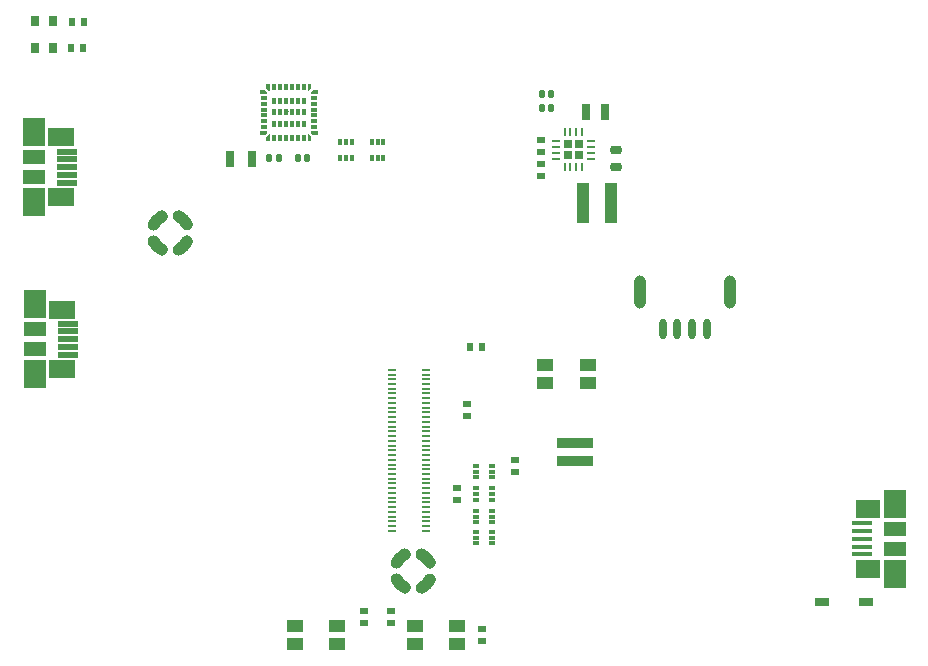
<source format=gbp>
%FSLAX42Y42*%
%MOMM*%
G71*
G01*
G75*
G04 Layer_Color=128*
%ADD10C,0.15*%
%ADD11C,0.50*%
%ADD12C,0.80*%
%ADD13C,0.20*%
%ADD14C,0.25*%
%ADD15C,1.00*%
%ADD16C,4.10*%
%ADD17C,1.30*%
%ADD18C,2.54*%
%ADD19R,1.50X1.50*%
%ADD20C,1.50*%
%ADD21C,2.30*%
%ADD22C,2.55*%
%ADD23C,3.00*%
%ADD24C,0.60*%
%ADD25C,0.50*%
%ADD26R,0.61X0.51*%
%ADD27R,0.71X1.32*%
G04:AMPARAMS|DCode=28|XSize=0.51mm|YSize=0.61mm|CornerRadius=0.13mm|HoleSize=0mm|Usage=FLASHONLY|Rotation=0.000|XOffset=0mm|YOffset=0mm|HoleType=Round|Shape=RoundedRectangle|*
%AMROUNDEDRECTD28*
21,1,0.51,0.36,0,0,0.0*
21,1,0.25,0.61,0,0,0.0*
1,1,0.25,0.13,-0.18*
1,1,0.25,-0.13,-0.18*
1,1,0.25,-0.13,0.18*
1,1,0.25,0.13,0.18*
%
%ADD28ROUNDEDRECTD28*%
%ADD29R,0.30X0.30*%
%ADD30R,0.30X0.50*%
%ADD31R,0.30X0.30*%
%ADD32R,0.50X0.30*%
%ADD33R,3.30X3.30*%
%ADD34R,0.30X0.45*%
%ADD35R,0.45X0.30*%
%ADD36R,0.98X3.40*%
%ADD37R,1.42X1.07*%
%ADD38R,1.91X1.19*%
%ADD39R,1.91X2.39*%
%ADD40R,2.11X1.50*%
%ADD41R,1.70X0.46*%
%ADD42R,0.51X0.61*%
%ADD43R,0.61X0.91*%
G04:AMPARAMS|DCode=44|XSize=0.71mm|YSize=1.32mm|CornerRadius=0.18mm|HoleSize=0mm|Usage=FLASHONLY|Rotation=0.000|XOffset=0mm|YOffset=0mm|HoleType=Round|Shape=RoundedRectangle|*
%AMROUNDEDRECTD44*
21,1,0.71,0.97,0,0,0.0*
21,1,0.36,1.32,0,0,0.0*
1,1,0.36,0.18,-0.48*
1,1,0.36,-0.18,-0.48*
1,1,0.36,-0.18,0.48*
1,1,0.36,0.18,0.48*
%
%ADD44ROUNDEDRECTD44*%
G04:AMPARAMS|DCode=45|XSize=0.61mm|YSize=0.91mm|CornerRadius=0.15mm|HoleSize=0mm|Usage=FLASHONLY|Rotation=90.000|XOffset=0mm|YOffset=0mm|HoleType=Round|Shape=RoundedRectangle|*
%AMROUNDEDRECTD45*
21,1,0.61,0.61,0,0,90.0*
21,1,0.30,0.91,0,0,90.0*
1,1,0.30,0.30,0.15*
1,1,0.30,0.30,-0.15*
1,1,0.30,-0.30,-0.15*
1,1,0.30,-0.30,0.15*
%
%ADD45ROUNDEDRECTD45*%
%ADD46R,0.71X0.20*%
%ADD47O,0.28X0.85*%
%ADD48O,0.85X0.28*%
%ADD49R,1.70X1.70*%
%ADD50R,3.02X0.76*%
%ADD51R,1.22X0.71*%
%ADD52R,1.70X0.40*%
G04:AMPARAMS|DCode=53|XSize=0.61mm|YSize=1.7mm|CornerRadius=0.3mm|HoleSize=0mm|Usage=FLASHONLY|Rotation=0.000|XOffset=0mm|YOffset=0mm|HoleType=Round|Shape=RoundedRectangle|*
%AMROUNDEDRECTD53*
21,1,0.61,1.09,0,0,0.0*
21,1,0.00,1.70,0,0,0.0*
1,1,0.61,0.00,-0.55*
1,1,0.61,0.00,-0.55*
1,1,0.61,0.00,0.55*
1,1,0.61,0.00,0.55*
%
%ADD53ROUNDEDRECTD53*%
G04:AMPARAMS|DCode=54|XSize=2.82mm|YSize=1.02mm|CornerRadius=0.51mm|HoleSize=0mm|Usage=FLASHONLY|Rotation=270.000|XOffset=0mm|YOffset=0mm|HoleType=Round|Shape=RoundedRectangle|*
%AMROUNDEDRECTD54*
21,1,2.82,0.00,0,0,270.0*
21,1,1.80,1.02,0,0,270.0*
1,1,1.02,0.00,-0.90*
1,1,1.02,0.00,0.90*
1,1,1.02,0.00,0.90*
1,1,1.02,0.00,-0.90*
%
%ADD54ROUNDEDRECTD54*%
%ADD55C,0.38*%
%ADD56C,0.60*%
%ADD57C,0.13*%
%ADD58R,0.60X0.15*%
%ADD59C,0.10*%
%ADD60C,1.50*%
%ADD61C,2.74*%
%ADD62R,1.70X1.70*%
%ADD63C,1.70*%
%ADD64C,2.51*%
%ADD65C,2.76*%
%ADD66C,3.20*%
%ADD67C,0.80*%
%ADD68R,0.66X0.56*%
%ADD69R,0.76X1.37*%
%ADD70R,0.42X0.62*%
%ADD71R,0.62X0.42*%
%ADD72R,3.42X3.42*%
%ADD73R,0.35X0.50*%
%ADD74R,0.50X0.35*%
%ADD75R,1.03X3.45*%
%ADD76R,1.47X1.12*%
%ADD77R,1.96X1.24*%
%ADD78R,1.96X2.44*%
%ADD79R,2.16X1.55*%
%ADD80R,1.75X0.51*%
%ADD81R,0.56X0.66*%
%ADD82R,0.66X0.97*%
%ADD83R,0.76X0.25*%
%ADD84O,0.42X0.99*%
%ADD85O,0.99X0.42*%
%ADD86R,1.84X1.84*%
%ADD87R,3.07X0.81*%
%ADD88R,1.42X0.91*%
%ADD89R,2.11X1.40*%
%ADD90R,2.11X2.59*%
%ADD91R,2.31X1.70*%
%ADD92R,1.91X0.66*%
%ADD93R,1.91X0.60*%
G04:AMPARAMS|DCode=94|XSize=0.81mm|YSize=1.91mm|CornerRadius=0.41mm|HoleSize=0mm|Usage=FLASHONLY|Rotation=0.000|XOffset=0mm|YOffset=0mm|HoleType=Round|Shape=RoundedRectangle|*
%AMROUNDEDRECTD94*
21,1,0.81,1.09,0,0,0.0*
21,1,0.00,1.91,0,0,0.0*
1,1,0.81,0.00,-0.55*
1,1,0.81,0.00,-0.55*
1,1,0.81,0.00,0.55*
1,1,0.81,0.00,0.55*
%
%ADD94ROUNDEDRECTD94*%
G04:AMPARAMS|DCode=95|XSize=3.02mm|YSize=1.22mm|CornerRadius=0.61mm|HoleSize=0mm|Usage=FLASHONLY|Rotation=270.000|XOffset=0mm|YOffset=0mm|HoleType=Round|Shape=RoundedRectangle|*
%AMROUNDEDRECTD95*
21,1,3.02,0.00,0,0,270.0*
21,1,1.80,1.22,0,0,270.0*
1,1,1.22,0.00,-0.90*
1,1,1.22,0.00,0.90*
1,1,1.22,0.00,0.90*
1,1,1.22,0.00,-0.90*
%
%ADD95ROUNDEDRECTD95*%
%ADD96R,0.30X0.60*%
%ADD97R,0.60X0.30*%
%ADD98R,0.30X0.60*%
%ADD99R,0.70X0.70*%
%ADD100R,0.70X0.70*%
G04:AMPARAMS|DCode=101|XSize=0.56mm|YSize=0.66mm|CornerRadius=0.15mm|HoleSize=0mm|Usage=FLASHONLY|Rotation=0.000|XOffset=0mm|YOffset=0mm|HoleType=Round|Shape=RoundedRectangle|*
%AMROUNDEDRECTD101*
21,1,0.56,0.36,0,0,0.0*
21,1,0.25,0.66,0,0,0.0*
1,1,0.30,0.13,-0.18*
1,1,0.30,-0.13,-0.18*
1,1,0.30,-0.13,0.18*
1,1,0.30,0.13,0.18*
%
%ADD101ROUNDEDRECTD101*%
%ADD102R,0.00X0.00*%
G04:AMPARAMS|DCode=103|XSize=0.76mm|YSize=1.37mm|CornerRadius=0.2mm|HoleSize=0mm|Usage=FLASHONLY|Rotation=0.000|XOffset=0mm|YOffset=0mm|HoleType=Round|Shape=RoundedRectangle|*
%AMROUNDEDRECTD103*
21,1,0.76,0.97,0,0,0.0*
21,1,0.36,1.37,0,0,0.0*
1,1,0.41,0.18,-0.48*
1,1,0.41,-0.18,-0.48*
1,1,0.41,-0.18,0.48*
1,1,0.41,0.18,0.48*
%
%ADD103ROUNDEDRECTD103*%
G04:AMPARAMS|DCode=104|XSize=0.66mm|YSize=0.97mm|CornerRadius=0.18mm|HoleSize=0mm|Usage=FLASHONLY|Rotation=90.000|XOffset=0mm|YOffset=0mm|HoleType=Round|Shape=RoundedRectangle|*
%AMROUNDEDRECTD104*
21,1,0.66,0.61,0,0,90.0*
21,1,0.30,0.97,0,0,90.0*
1,1,0.36,0.30,0.15*
1,1,0.36,0.30,-0.15*
1,1,0.36,-0.30,-0.15*
1,1,0.36,-0.30,0.15*
%
%ADD104ROUNDEDRECTD104*%
%ADD105O,0.23X0.80*%
%ADD106O,0.80X0.23*%
G36*
X-2166Y2765D02*
Y2755D01*
X-2186Y2735D01*
X-2226D01*
Y2765D01*
X-2166Y2765D01*
D02*
G37*
G36*
X-1736Y2735D02*
X-1776D01*
X-1796Y2755D01*
Y2765D01*
X-1736Y2765D01*
Y2735D01*
D02*
G37*
G36*
X-2141Y2680D02*
X-2171D01*
Y2720D01*
X-2151Y2740D01*
X-2141D01*
X-2141Y2680D01*
D02*
G37*
G36*
X-1791Y2720D02*
Y2680D01*
X-1821D01*
X-1821Y2740D01*
X-1811D01*
X-1791Y2720D01*
D02*
G37*
G36*
X-2141Y3110D02*
X-2151D01*
X-2171Y3130D01*
Y3170D01*
X-2141D01*
X-2141Y3110D01*
D02*
G37*
G36*
X-1791Y3130D02*
X-1811Y3110D01*
X-1821D01*
X-1821Y3170D01*
X-1791D01*
X-1791Y3130D01*
D02*
G37*
G36*
X-2166Y3095D02*
Y3085D01*
X-2226Y3085D01*
Y3115D01*
X-2186D01*
X-2166Y3095D01*
D02*
G37*
G36*
X-1736Y3085D02*
X-1796Y3085D01*
Y3095D01*
X-1776Y3115D01*
X-1736D01*
Y3085D01*
D02*
G37*
D15*
X-3056Y2046D02*
G03*
X-3127Y1976I71J-141D01*
G01*
Y1834D02*
G03*
X-3056Y1763I141J71D01*
G01*
X-2915D02*
G03*
X-2844Y1834I-71J141D01*
G01*
Y1976D02*
G03*
X-2915Y2046I-141J-71D01*
G01*
X-999Y-816D02*
G03*
X-1069Y-887I71J-141D01*
G01*
X-787D02*
G03*
X-857Y-816I-141J-71D01*
G01*
Y-1099D02*
G03*
X-787Y-1028I-71J141D01*
G01*
X-1069D02*
G03*
X-999Y-1099I141J71D01*
G01*
D38*
X3150Y-602D02*
D03*
X3150Y-770D02*
D03*
D39*
Y-981D02*
D03*
X3150Y-389D02*
D03*
D40*
X2918Y-936D02*
D03*
X2918Y-434D02*
D03*
D41*
X2868Y-554D02*
D03*
X2868Y-816D02*
D03*
X2868Y-620D02*
D03*
X2868Y-686D02*
D03*
D51*
X2903Y-1219D02*
D03*
X2533Y-1219D02*
D03*
D52*
X2868Y-751D02*
D03*
D53*
X1559Y1093D02*
D03*
X1434Y1093D02*
D03*
X1308Y1093D02*
D03*
X1184Y1093D02*
D03*
D54*
X1754Y1408D02*
D03*
X988Y1408D02*
D03*
D68*
X-559Y-355D02*
D03*
Y-254D02*
D03*
X-1346Y-1396D02*
D03*
Y-1295D02*
D03*
X-1118Y-1296D02*
D03*
Y-1397D02*
D03*
X-343Y-1549D02*
D03*
Y-1448D02*
D03*
X156Y2688D02*
D03*
Y2588D02*
D03*
Y2485D02*
D03*
Y2384D02*
D03*
X-63Y-15D02*
D03*
Y-116D02*
D03*
X-470Y456D02*
D03*
Y356D02*
D03*
D69*
X-2291Y2527D02*
D03*
X-2483D02*
D03*
D73*
X-1448Y2540D02*
D03*
X-1498D02*
D03*
X-1548D02*
D03*
X-1448Y2675D02*
D03*
X-1498D02*
D03*
X-1548D02*
D03*
X-1181Y2540D02*
D03*
X-1231D02*
D03*
X-1281D02*
D03*
X-1181Y2675D02*
D03*
X-1231D02*
D03*
X-1281D02*
D03*
D74*
X-394Y-546D02*
D03*
Y-496D02*
D03*
Y-446D02*
D03*
X-259Y-546D02*
D03*
Y-496D02*
D03*
Y-446D02*
D03*
X-394Y-724D02*
D03*
Y-674D02*
D03*
Y-624D02*
D03*
X-259Y-724D02*
D03*
Y-674D02*
D03*
Y-624D02*
D03*
X-394Y-356D02*
D03*
Y-306D02*
D03*
Y-256D02*
D03*
X-259Y-356D02*
D03*
Y-306D02*
D03*
Y-256D02*
D03*
X-394Y-165D02*
D03*
Y-115D02*
D03*
Y-65D02*
D03*
X-259Y-165D02*
D03*
Y-115D02*
D03*
Y-65D02*
D03*
D75*
X507Y2158D02*
D03*
X744D02*
D03*
D76*
X549Y784D02*
D03*
X188D02*
D03*
X549Y638D02*
D03*
X188D02*
D03*
X-917Y-1571D02*
D03*
X-557D02*
D03*
X-917Y-1425D02*
D03*
X-557D02*
D03*
X-1933Y-1571D02*
D03*
X-1573D02*
D03*
X-1933Y-1425D02*
D03*
X-1573D02*
D03*
D77*
X-4142Y2380D02*
D03*
Y2548D02*
D03*
X-4134Y922D02*
D03*
Y1090D02*
D03*
D78*
X-4142Y2759D02*
D03*
Y2167D02*
D03*
X-4134Y1301D02*
D03*
Y709D02*
D03*
D79*
X-3911Y2714D02*
D03*
Y2212D02*
D03*
X-3903Y1256D02*
D03*
Y754D02*
D03*
D80*
X-3860Y2332D02*
D03*
Y2594D02*
D03*
Y2529D02*
D03*
Y2398D02*
D03*
Y2464D02*
D03*
X-3852Y874D02*
D03*
Y1136D02*
D03*
Y1071D02*
D03*
Y940D02*
D03*
Y1006D02*
D03*
D81*
X-444Y940D02*
D03*
X-343D02*
D03*
X-3826Y3470D02*
D03*
X-3725D02*
D03*
X-3821Y3688D02*
D03*
X-3720D02*
D03*
D82*
X-3982Y3475D02*
D03*
X-4133D02*
D03*
X-3979Y3698D02*
D03*
X-4130D02*
D03*
D83*
X-1106Y-616D02*
D03*
Y-576D02*
D03*
Y-536D02*
D03*
Y-496D02*
D03*
Y-456D02*
D03*
Y-416D02*
D03*
Y-376D02*
D03*
Y-336D02*
D03*
Y-296D02*
D03*
Y-256D02*
D03*
Y-216D02*
D03*
Y-175D02*
D03*
Y-134D02*
D03*
Y-94D02*
D03*
Y-56D02*
D03*
Y-15D02*
D03*
Y26D02*
D03*
Y66D02*
D03*
Y104D02*
D03*
Y145D02*
D03*
Y186D02*
D03*
Y226D02*
D03*
Y264D02*
D03*
Y305D02*
D03*
Y346D02*
D03*
Y386D02*
D03*
Y424D02*
D03*
Y465D02*
D03*
Y506D02*
D03*
Y546D02*
D03*
Y585D02*
D03*
Y625D02*
D03*
Y666D02*
D03*
Y706D02*
D03*
Y745D02*
D03*
X-824Y-616D02*
D03*
Y-576D02*
D03*
Y-536D02*
D03*
Y-496D02*
D03*
Y-456D02*
D03*
Y-416D02*
D03*
Y-376D02*
D03*
Y-336D02*
D03*
Y-296D02*
D03*
Y-256D02*
D03*
Y-216D02*
D03*
Y-175D02*
D03*
Y-134D02*
D03*
Y-94D02*
D03*
Y-56D02*
D03*
Y-15D02*
D03*
Y26D02*
D03*
Y66D02*
D03*
Y104D02*
D03*
Y145D02*
D03*
Y186D02*
D03*
Y226D02*
D03*
Y264D02*
D03*
Y305D02*
D03*
Y346D02*
D03*
Y386D02*
D03*
Y424D02*
D03*
Y465D02*
D03*
Y506D02*
D03*
Y546D02*
D03*
Y585D02*
D03*
Y625D02*
D03*
Y666D02*
D03*
Y706D02*
D03*
Y745D02*
D03*
D87*
X437Y127D02*
D03*
Y-24D02*
D03*
D96*
X-1856Y2925D02*
D03*
Y2825D02*
D03*
Y3025D02*
D03*
X-1906Y2925D02*
D03*
Y3025D02*
D03*
Y2825D02*
D03*
X-2056Y2925D02*
D03*
Y2825D02*
D03*
Y3025D02*
D03*
X-2106Y2925D02*
D03*
Y3025D02*
D03*
Y2825D02*
D03*
X-2006D02*
D03*
Y3025D02*
D03*
Y2925D02*
D03*
X-1956Y3025D02*
D03*
Y2825D02*
D03*
Y2925D02*
D03*
D97*
X-1766Y2800D02*
D03*
X-1766Y2850D02*
D03*
X-1766Y2900D02*
D03*
Y2950D02*
D03*
X-1766Y3000D02*
D03*
Y3050D02*
D03*
X-2196Y2800D02*
D03*
X-2196Y2850D02*
D03*
X-2196Y2900D02*
D03*
Y2950D02*
D03*
X-2196Y3000D02*
D03*
Y3050D02*
D03*
D98*
X-1856Y2710D02*
D03*
X-1906Y2710D02*
D03*
X-1956Y2710D02*
D03*
X-2006D02*
D03*
X-2056Y2710D02*
D03*
X-2106D02*
D03*
X-2106Y3140D02*
D03*
X-2056D02*
D03*
X-2006Y3140D02*
D03*
X-1956D02*
D03*
X-1906Y3140D02*
D03*
X-1856Y3140D02*
D03*
D99*
X473Y2565D02*
D03*
X383Y2655D02*
D03*
D100*
X383Y2565D02*
D03*
X473Y2655D02*
D03*
D101*
X-1828Y2540D02*
D03*
X-1908D02*
D03*
X162Y3085D02*
D03*
X242D02*
D03*
X159Y2961D02*
D03*
X239D02*
D03*
X-2068Y2540D02*
D03*
X-2148D02*
D03*
D102*
X-1981Y2925D02*
D03*
D103*
X534Y2929D02*
D03*
X694D02*
D03*
D104*
X791Y2606D02*
D03*
Y2466D02*
D03*
D105*
X503Y2462D02*
D03*
X453D02*
D03*
X403D02*
D03*
X353D02*
D03*
Y2757D02*
D03*
X403D02*
D03*
X453D02*
D03*
X503D02*
D03*
D106*
X280Y2535D02*
D03*
Y2585D02*
D03*
Y2635D02*
D03*
Y2685D02*
D03*
X575D02*
D03*
Y2635D02*
D03*
Y2585D02*
D03*
Y2535D02*
D03*
M02*

</source>
